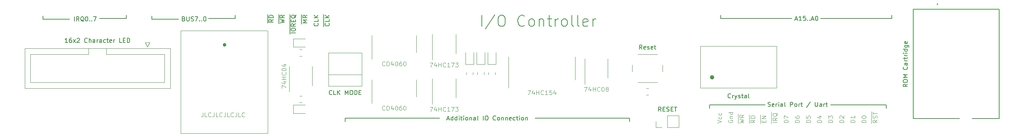
<source format=gbr>
%TF.GenerationSoftware,KiCad,Pcbnew,(6.0.0-0)*%
%TF.CreationDate,2022-02-16T17:51:06-05:00*%
%TF.ProjectId,cpu-input-output-control,6370752d-696e-4707-9574-2d6f75747075,rev?*%
%TF.SameCoordinates,Original*%
%TF.FileFunction,Legend,Top*%
%TF.FilePolarity,Positive*%
%FSLAX46Y46*%
G04 Gerber Fmt 4.6, Leading zero omitted, Abs format (unit mm)*
G04 Created by KiCad (PCBNEW (6.0.0-0)) date 2022-02-16 17:51:06*
%MOMM*%
%LPD*%
G01*
G04 APERTURE LIST*
%ADD10C,0.150000*%
%ADD11C,0.100000*%
%ADD12C,0.120000*%
%ADD13C,0.396006*%
%ADD14C,0.491856*%
%ADD15C,0.200000*%
G04 APERTURE END LIST*
D10*
X182403904Y-78176380D02*
X182070571Y-77700190D01*
X181832476Y-78176380D02*
X181832476Y-77176380D01*
X182213428Y-77176380D01*
X182308666Y-77224000D01*
X182356285Y-77271619D01*
X182403904Y-77366857D01*
X182403904Y-77509714D01*
X182356285Y-77604952D01*
X182308666Y-77652571D01*
X182213428Y-77700190D01*
X181832476Y-77700190D01*
X183213428Y-78128761D02*
X183118190Y-78176380D01*
X182927714Y-78176380D01*
X182832476Y-78128761D01*
X182784857Y-78033523D01*
X182784857Y-77652571D01*
X182832476Y-77557333D01*
X182927714Y-77509714D01*
X183118190Y-77509714D01*
X183213428Y-77557333D01*
X183261047Y-77652571D01*
X183261047Y-77747809D01*
X182784857Y-77843047D01*
X183642000Y-78128761D02*
X183737238Y-78176380D01*
X183927714Y-78176380D01*
X184022952Y-78128761D01*
X184070571Y-78033523D01*
X184070571Y-77985904D01*
X184022952Y-77890666D01*
X183927714Y-77843047D01*
X183784857Y-77843047D01*
X183689619Y-77795428D01*
X183642000Y-77700190D01*
X183642000Y-77652571D01*
X183689619Y-77557333D01*
X183784857Y-77509714D01*
X183927714Y-77509714D01*
X184022952Y-77557333D01*
X184880095Y-78128761D02*
X184784857Y-78176380D01*
X184594380Y-78176380D01*
X184499142Y-78128761D01*
X184451523Y-78033523D01*
X184451523Y-77652571D01*
X184499142Y-77557333D01*
X184594380Y-77509714D01*
X184784857Y-77509714D01*
X184880095Y-77557333D01*
X184927714Y-77652571D01*
X184927714Y-77747809D01*
X184451523Y-77843047D01*
X185213428Y-77509714D02*
X185594380Y-77509714D01*
X185356285Y-77176380D02*
X185356285Y-78033523D01*
X185403904Y-78128761D01*
X185499142Y-78176380D01*
X185594380Y-78176380D01*
X202684285Y-89257142D02*
X202636666Y-89304761D01*
X202493809Y-89352380D01*
X202398571Y-89352380D01*
X202255714Y-89304761D01*
X202160476Y-89209523D01*
X202112857Y-89114285D01*
X202065238Y-88923809D01*
X202065238Y-88780952D01*
X202112857Y-88590476D01*
X202160476Y-88495238D01*
X202255714Y-88400000D01*
X202398571Y-88352380D01*
X202493809Y-88352380D01*
X202636666Y-88400000D01*
X202684285Y-88447619D01*
X203112857Y-89352380D02*
X203112857Y-88685714D01*
X203112857Y-88876190D02*
X203160476Y-88780952D01*
X203208095Y-88733333D01*
X203303333Y-88685714D01*
X203398571Y-88685714D01*
X203636666Y-88685714D02*
X203874761Y-89352380D01*
X204112857Y-88685714D02*
X203874761Y-89352380D01*
X203779523Y-89590476D01*
X203731904Y-89638095D01*
X203636666Y-89685714D01*
X204446190Y-89304761D02*
X204541428Y-89352380D01*
X204731904Y-89352380D01*
X204827142Y-89304761D01*
X204874761Y-89209523D01*
X204874761Y-89161904D01*
X204827142Y-89066666D01*
X204731904Y-89019047D01*
X204589047Y-89019047D01*
X204493809Y-88971428D01*
X204446190Y-88876190D01*
X204446190Y-88828571D01*
X204493809Y-88733333D01*
X204589047Y-88685714D01*
X204731904Y-88685714D01*
X204827142Y-88733333D01*
X205160476Y-88685714D02*
X205541428Y-88685714D01*
X205303333Y-88352380D02*
X205303333Y-89209523D01*
X205350952Y-89304761D01*
X205446190Y-89352380D01*
X205541428Y-89352380D01*
X206303333Y-89352380D02*
X206303333Y-88828571D01*
X206255714Y-88733333D01*
X206160476Y-88685714D01*
X205970000Y-88685714D01*
X205874761Y-88733333D01*
X206303333Y-89304761D02*
X206208095Y-89352380D01*
X205970000Y-89352380D01*
X205874761Y-89304761D01*
X205827142Y-89209523D01*
X205827142Y-89114285D01*
X205874761Y-89019047D01*
X205970000Y-88971428D01*
X206208095Y-88971428D01*
X206303333Y-88923809D01*
X206922380Y-89352380D02*
X206827142Y-89304761D01*
X206779523Y-89209523D01*
X206779523Y-88352380D01*
X137875523Y-94146666D02*
X138351714Y-94146666D01*
X137780285Y-94432380D02*
X138113619Y-93432380D01*
X138446952Y-94432380D01*
X139208857Y-94432380D02*
X139208857Y-93432380D01*
X139208857Y-94384761D02*
X139113619Y-94432380D01*
X138923142Y-94432380D01*
X138827904Y-94384761D01*
X138780285Y-94337142D01*
X138732666Y-94241904D01*
X138732666Y-93956190D01*
X138780285Y-93860952D01*
X138827904Y-93813333D01*
X138923142Y-93765714D01*
X139113619Y-93765714D01*
X139208857Y-93813333D01*
X140113619Y-94432380D02*
X140113619Y-93432380D01*
X140113619Y-94384761D02*
X140018380Y-94432380D01*
X139827904Y-94432380D01*
X139732666Y-94384761D01*
X139685047Y-94337142D01*
X139637428Y-94241904D01*
X139637428Y-93956190D01*
X139685047Y-93860952D01*
X139732666Y-93813333D01*
X139827904Y-93765714D01*
X140018380Y-93765714D01*
X140113619Y-93813333D01*
X140589809Y-94432380D02*
X140589809Y-93765714D01*
X140589809Y-93432380D02*
X140542190Y-93480000D01*
X140589809Y-93527619D01*
X140637428Y-93480000D01*
X140589809Y-93432380D01*
X140589809Y-93527619D01*
X140923142Y-93765714D02*
X141304095Y-93765714D01*
X141066000Y-93432380D02*
X141066000Y-94289523D01*
X141113619Y-94384761D01*
X141208857Y-94432380D01*
X141304095Y-94432380D01*
X141637428Y-94432380D02*
X141637428Y-93765714D01*
X141637428Y-93432380D02*
X141589809Y-93480000D01*
X141637428Y-93527619D01*
X141685047Y-93480000D01*
X141637428Y-93432380D01*
X141637428Y-93527619D01*
X142256476Y-94432380D02*
X142161238Y-94384761D01*
X142113619Y-94337142D01*
X142066000Y-94241904D01*
X142066000Y-93956190D01*
X142113619Y-93860952D01*
X142161238Y-93813333D01*
X142256476Y-93765714D01*
X142399333Y-93765714D01*
X142494571Y-93813333D01*
X142542190Y-93860952D01*
X142589809Y-93956190D01*
X142589809Y-94241904D01*
X142542190Y-94337142D01*
X142494571Y-94384761D01*
X142399333Y-94432380D01*
X142256476Y-94432380D01*
X143018380Y-93765714D02*
X143018380Y-94432380D01*
X143018380Y-93860952D02*
X143066000Y-93813333D01*
X143161238Y-93765714D01*
X143304095Y-93765714D01*
X143399333Y-93813333D01*
X143446952Y-93908571D01*
X143446952Y-94432380D01*
X144351714Y-94432380D02*
X144351714Y-93908571D01*
X144304095Y-93813333D01*
X144208857Y-93765714D01*
X144018380Y-93765714D01*
X143923142Y-93813333D01*
X144351714Y-94384761D02*
X144256476Y-94432380D01*
X144018380Y-94432380D01*
X143923142Y-94384761D01*
X143875523Y-94289523D01*
X143875523Y-94194285D01*
X143923142Y-94099047D01*
X144018380Y-94051428D01*
X144256476Y-94051428D01*
X144351714Y-94003809D01*
X144970761Y-94432380D02*
X144875523Y-94384761D01*
X144827904Y-94289523D01*
X144827904Y-93432380D01*
X146113619Y-94432380D02*
X146113619Y-93432380D01*
X146780285Y-93432380D02*
X146970761Y-93432380D01*
X147066000Y-93480000D01*
X147161238Y-93575238D01*
X147208857Y-93765714D01*
X147208857Y-94099047D01*
X147161238Y-94289523D01*
X147066000Y-94384761D01*
X146970761Y-94432380D01*
X146780285Y-94432380D01*
X146685047Y-94384761D01*
X146589809Y-94289523D01*
X146542190Y-94099047D01*
X146542190Y-93765714D01*
X146589809Y-93575238D01*
X146685047Y-93480000D01*
X146780285Y-93432380D01*
X148970761Y-94337142D02*
X148923142Y-94384761D01*
X148780285Y-94432380D01*
X148685047Y-94432380D01*
X148542190Y-94384761D01*
X148446952Y-94289523D01*
X148399333Y-94194285D01*
X148351714Y-94003809D01*
X148351714Y-93860952D01*
X148399333Y-93670476D01*
X148446952Y-93575238D01*
X148542190Y-93480000D01*
X148685047Y-93432380D01*
X148780285Y-93432380D01*
X148923142Y-93480000D01*
X148970761Y-93527619D01*
X149542190Y-94432380D02*
X149446952Y-94384761D01*
X149399333Y-94337142D01*
X149351714Y-94241904D01*
X149351714Y-93956190D01*
X149399333Y-93860952D01*
X149446952Y-93813333D01*
X149542190Y-93765714D01*
X149685047Y-93765714D01*
X149780285Y-93813333D01*
X149827904Y-93860952D01*
X149875523Y-93956190D01*
X149875523Y-94241904D01*
X149827904Y-94337142D01*
X149780285Y-94384761D01*
X149685047Y-94432380D01*
X149542190Y-94432380D01*
X150304095Y-93765714D02*
X150304095Y-94432380D01*
X150304095Y-93860952D02*
X150351714Y-93813333D01*
X150446952Y-93765714D01*
X150589809Y-93765714D01*
X150685047Y-93813333D01*
X150732666Y-93908571D01*
X150732666Y-94432380D01*
X151208857Y-93765714D02*
X151208857Y-94432380D01*
X151208857Y-93860952D02*
X151256476Y-93813333D01*
X151351714Y-93765714D01*
X151494571Y-93765714D01*
X151589809Y-93813333D01*
X151637428Y-93908571D01*
X151637428Y-94432380D01*
X152494571Y-94384761D02*
X152399333Y-94432380D01*
X152208857Y-94432380D01*
X152113619Y-94384761D01*
X152066000Y-94289523D01*
X152066000Y-93908571D01*
X152113619Y-93813333D01*
X152208857Y-93765714D01*
X152399333Y-93765714D01*
X152494571Y-93813333D01*
X152542190Y-93908571D01*
X152542190Y-94003809D01*
X152066000Y-94099047D01*
X153399333Y-94384761D02*
X153304095Y-94432380D01*
X153113619Y-94432380D01*
X153018380Y-94384761D01*
X152970761Y-94337142D01*
X152923142Y-94241904D01*
X152923142Y-93956190D01*
X152970761Y-93860952D01*
X153018380Y-93813333D01*
X153113619Y-93765714D01*
X153304095Y-93765714D01*
X153399333Y-93813333D01*
X153685047Y-93765714D02*
X154066000Y-93765714D01*
X153827904Y-93432380D02*
X153827904Y-94289523D01*
X153875523Y-94384761D01*
X153970761Y-94432380D01*
X154066000Y-94432380D01*
X154399333Y-94432380D02*
X154399333Y-93765714D01*
X154399333Y-93432380D02*
X154351714Y-93480000D01*
X154399333Y-93527619D01*
X154446952Y-93480000D01*
X154399333Y-93432380D01*
X154399333Y-93527619D01*
X155018380Y-94432380D02*
X154923142Y-94384761D01*
X154875523Y-94337142D01*
X154827904Y-94241904D01*
X154827904Y-93956190D01*
X154875523Y-93860952D01*
X154923142Y-93813333D01*
X155018380Y-93765714D01*
X155161238Y-93765714D01*
X155256476Y-93813333D01*
X155304095Y-93860952D01*
X155351714Y-93956190D01*
X155351714Y-94241904D01*
X155304095Y-94337142D01*
X155256476Y-94384761D01*
X155161238Y-94432380D01*
X155018380Y-94432380D01*
X155780285Y-93765714D02*
X155780285Y-94432380D01*
X155780285Y-93860952D02*
X155827904Y-93813333D01*
X155923142Y-93765714D01*
X156066000Y-93765714D01*
X156161238Y-93813333D01*
X156208857Y-93908571D01*
X156208857Y-94432380D01*
X70358000Y-71247000D02*
X70358000Y-70485000D01*
X89408000Y-71120000D02*
X83312000Y-71120000D01*
X114554000Y-93980000D02*
X114554000Y-94742000D01*
X64516000Y-70358000D02*
X64516000Y-71120000D01*
X223266000Y-71108000D02*
X239522000Y-71108000D01*
X216662000Y-71108000D02*
X200406000Y-71108000D01*
X210566000Y-90932000D02*
X197866000Y-90932000D01*
X157988000Y-93980000D02*
X179578000Y-93980000D01*
X200406000Y-70346000D02*
X200406000Y-71108000D01*
X238252000Y-90932000D02*
X225552000Y-90932000D01*
X197866000Y-90932000D02*
X197866000Y-91694000D01*
X45466000Y-71247000D02*
X45466000Y-70485000D01*
X114554000Y-93980000D02*
X136144000Y-93980000D01*
X238252000Y-90932000D02*
X238252000Y-91694000D01*
X45466000Y-71247000D02*
X51562000Y-71247000D01*
X239522000Y-71108000D02*
X239522000Y-70346000D01*
X70358000Y-71247000D02*
X76454000Y-71247000D01*
X179578000Y-93980000D02*
X179578000Y-94742000D01*
X89408000Y-70358000D02*
X89408000Y-71120000D01*
X64516000Y-71120000D02*
X58420000Y-71120000D01*
X211198095Y-91254761D02*
X211340952Y-91302380D01*
X211579047Y-91302380D01*
X211674285Y-91254761D01*
X211721904Y-91207142D01*
X211769523Y-91111904D01*
X211769523Y-91016666D01*
X211721904Y-90921428D01*
X211674285Y-90873809D01*
X211579047Y-90826190D01*
X211388571Y-90778571D01*
X211293333Y-90730952D01*
X211245714Y-90683333D01*
X211198095Y-90588095D01*
X211198095Y-90492857D01*
X211245714Y-90397619D01*
X211293333Y-90350000D01*
X211388571Y-90302380D01*
X211626666Y-90302380D01*
X211769523Y-90350000D01*
X212579047Y-91254761D02*
X212483809Y-91302380D01*
X212293333Y-91302380D01*
X212198095Y-91254761D01*
X212150476Y-91159523D01*
X212150476Y-90778571D01*
X212198095Y-90683333D01*
X212293333Y-90635714D01*
X212483809Y-90635714D01*
X212579047Y-90683333D01*
X212626666Y-90778571D01*
X212626666Y-90873809D01*
X212150476Y-90969047D01*
X213055238Y-91302380D02*
X213055238Y-90635714D01*
X213055238Y-90826190D02*
X213102857Y-90730952D01*
X213150476Y-90683333D01*
X213245714Y-90635714D01*
X213340952Y-90635714D01*
X213674285Y-91302380D02*
X213674285Y-90635714D01*
X213674285Y-90302380D02*
X213626666Y-90350000D01*
X213674285Y-90397619D01*
X213721904Y-90350000D01*
X213674285Y-90302380D01*
X213674285Y-90397619D01*
X214579047Y-91302380D02*
X214579047Y-90778571D01*
X214531428Y-90683333D01*
X214436190Y-90635714D01*
X214245714Y-90635714D01*
X214150476Y-90683333D01*
X214579047Y-91254761D02*
X214483809Y-91302380D01*
X214245714Y-91302380D01*
X214150476Y-91254761D01*
X214102857Y-91159523D01*
X214102857Y-91064285D01*
X214150476Y-90969047D01*
X214245714Y-90921428D01*
X214483809Y-90921428D01*
X214579047Y-90873809D01*
X215198095Y-91302380D02*
X215102857Y-91254761D01*
X215055238Y-91159523D01*
X215055238Y-90302380D01*
X216340952Y-91302380D02*
X216340952Y-90302380D01*
X216721904Y-90302380D01*
X216817142Y-90350000D01*
X216864761Y-90397619D01*
X216912380Y-90492857D01*
X216912380Y-90635714D01*
X216864761Y-90730952D01*
X216817142Y-90778571D01*
X216721904Y-90826190D01*
X216340952Y-90826190D01*
X217483809Y-91302380D02*
X217388571Y-91254761D01*
X217340952Y-91207142D01*
X217293333Y-91111904D01*
X217293333Y-90826190D01*
X217340952Y-90730952D01*
X217388571Y-90683333D01*
X217483809Y-90635714D01*
X217626666Y-90635714D01*
X217721904Y-90683333D01*
X217769523Y-90730952D01*
X217817142Y-90826190D01*
X217817142Y-91111904D01*
X217769523Y-91207142D01*
X217721904Y-91254761D01*
X217626666Y-91302380D01*
X217483809Y-91302380D01*
X218245714Y-91302380D02*
X218245714Y-90635714D01*
X218245714Y-90826190D02*
X218293333Y-90730952D01*
X218340952Y-90683333D01*
X218436190Y-90635714D01*
X218531428Y-90635714D01*
X218721904Y-90635714D02*
X219102857Y-90635714D01*
X218864761Y-90302380D02*
X218864761Y-91159523D01*
X218912380Y-91254761D01*
X219007619Y-91302380D01*
X219102857Y-91302380D01*
X220912380Y-90254761D02*
X220055238Y-91540476D01*
X222007619Y-90302380D02*
X222007619Y-91111904D01*
X222055238Y-91207142D01*
X222102857Y-91254761D01*
X222198095Y-91302380D01*
X222388571Y-91302380D01*
X222483809Y-91254761D01*
X222531428Y-91207142D01*
X222579047Y-91111904D01*
X222579047Y-90302380D01*
X223483809Y-91302380D02*
X223483809Y-90778571D01*
X223436190Y-90683333D01*
X223340952Y-90635714D01*
X223150476Y-90635714D01*
X223055238Y-90683333D01*
X223483809Y-91254761D02*
X223388571Y-91302380D01*
X223150476Y-91302380D01*
X223055238Y-91254761D01*
X223007619Y-91159523D01*
X223007619Y-91064285D01*
X223055238Y-90969047D01*
X223150476Y-90921428D01*
X223388571Y-90921428D01*
X223483809Y-90873809D01*
X223960000Y-91302380D02*
X223960000Y-90635714D01*
X223960000Y-90826190D02*
X224007619Y-90730952D01*
X224055238Y-90683333D01*
X224150476Y-90635714D01*
X224245714Y-90635714D01*
X224436190Y-90635714D02*
X224817142Y-90635714D01*
X224579047Y-90302380D02*
X224579047Y-91159523D01*
X224626666Y-91254761D01*
X224721904Y-91302380D01*
X224817142Y-91302380D01*
D11*
X223464380Y-94946904D02*
X222464380Y-94946904D01*
X222464380Y-94708809D01*
X222512000Y-94565952D01*
X222607238Y-94470714D01*
X222702476Y-94423095D01*
X222892952Y-94375476D01*
X223035809Y-94375476D01*
X223226285Y-94423095D01*
X223321523Y-94470714D01*
X223416761Y-94565952D01*
X223464380Y-94708809D01*
X223464380Y-94946904D01*
X222797714Y-93518333D02*
X223464380Y-93518333D01*
X222416761Y-93756428D02*
X223131047Y-93994523D01*
X223131047Y-93375476D01*
D10*
X96840000Y-72167500D02*
X96840000Y-71167500D01*
X98122380Y-71357976D02*
X97646190Y-71691309D01*
X98122380Y-71929404D02*
X97122380Y-71929404D01*
X97122380Y-71548452D01*
X97170000Y-71453214D01*
X97217619Y-71405595D01*
X97312857Y-71357976D01*
X97455714Y-71357976D01*
X97550952Y-71405595D01*
X97598571Y-71453214D01*
X97646190Y-71548452D01*
X97646190Y-71929404D01*
X96840000Y-71167500D02*
X96840000Y-70167500D01*
X98122380Y-70929404D02*
X97122380Y-70929404D01*
X97122380Y-70691309D01*
X97170000Y-70548452D01*
X97265238Y-70453214D01*
X97360476Y-70405595D01*
X97550952Y-70357976D01*
X97693809Y-70357976D01*
X97884285Y-70405595D01*
X97979523Y-70453214D01*
X98074761Y-70548452D01*
X98122380Y-70691309D01*
X98122380Y-70929404D01*
D11*
X202192000Y-94423095D02*
X202144380Y-94518333D01*
X202144380Y-94661190D01*
X202192000Y-94804047D01*
X202287238Y-94899285D01*
X202382476Y-94946904D01*
X202572952Y-94994523D01*
X202715809Y-94994523D01*
X202906285Y-94946904D01*
X203001523Y-94899285D01*
X203096761Y-94804047D01*
X203144380Y-94661190D01*
X203144380Y-94565952D01*
X203096761Y-94423095D01*
X203049142Y-94375476D01*
X202715809Y-94375476D01*
X202715809Y-94565952D01*
X202477714Y-93946904D02*
X203144380Y-93946904D01*
X202572952Y-93946904D02*
X202525333Y-93899285D01*
X202477714Y-93804047D01*
X202477714Y-93661190D01*
X202525333Y-93565952D01*
X202620571Y-93518333D01*
X203144380Y-93518333D01*
X203144380Y-92613571D02*
X202144380Y-92613571D01*
X203096761Y-92613571D02*
X203144380Y-92708809D01*
X203144380Y-92899285D01*
X203096761Y-92994523D01*
X203049142Y-93042142D01*
X202953904Y-93089761D01*
X202668190Y-93089761D01*
X202572952Y-93042142D01*
X202525333Y-92994523D01*
X202477714Y-92899285D01*
X202477714Y-92708809D01*
X202525333Y-92613571D01*
X215844380Y-94946904D02*
X214844380Y-94946904D01*
X214844380Y-94708809D01*
X214892000Y-94565952D01*
X214987238Y-94470714D01*
X215082476Y-94423095D01*
X215272952Y-94375476D01*
X215415809Y-94375476D01*
X215606285Y-94423095D01*
X215701523Y-94470714D01*
X215796761Y-94565952D01*
X215844380Y-94708809D01*
X215844380Y-94946904D01*
X214844380Y-94042142D02*
X214844380Y-93375476D01*
X215844380Y-93804047D01*
X218384380Y-94946904D02*
X217384380Y-94946904D01*
X217384380Y-94708809D01*
X217432000Y-94565952D01*
X217527238Y-94470714D01*
X217622476Y-94423095D01*
X217812952Y-94375476D01*
X217955809Y-94375476D01*
X218146285Y-94423095D01*
X218241523Y-94470714D01*
X218336761Y-94565952D01*
X218384380Y-94708809D01*
X218384380Y-94946904D01*
X217384380Y-93518333D02*
X217384380Y-93708809D01*
X217432000Y-93804047D01*
X217479619Y-93851666D01*
X217622476Y-93946904D01*
X217812952Y-93994523D01*
X218193904Y-93994523D01*
X218289142Y-93946904D01*
X218336761Y-93899285D01*
X218384380Y-93804047D01*
X218384380Y-93613571D01*
X218336761Y-93518333D01*
X218289142Y-93470714D01*
X218193904Y-93423095D01*
X217955809Y-93423095D01*
X217860571Y-93470714D01*
X217812952Y-93518333D01*
X217765333Y-93613571D01*
X217765333Y-93804047D01*
X217812952Y-93899285D01*
X217860571Y-93946904D01*
X217955809Y-93994523D01*
X199604380Y-95089761D02*
X200604380Y-94756428D01*
X199604380Y-94423095D01*
X200556761Y-93661190D02*
X200604380Y-93756428D01*
X200604380Y-93946904D01*
X200556761Y-94042142D01*
X200509142Y-94089761D01*
X200413904Y-94137380D01*
X200128190Y-94137380D01*
X200032952Y-94089761D01*
X199985333Y-94042142D01*
X199937714Y-93946904D01*
X199937714Y-93756428D01*
X199985333Y-93661190D01*
X200556761Y-92804047D02*
X200604380Y-92899285D01*
X200604380Y-93089761D01*
X200556761Y-93185000D01*
X200509142Y-93232619D01*
X200413904Y-93280238D01*
X200128190Y-93280238D01*
X200032952Y-93232619D01*
X199985333Y-93185000D01*
X199937714Y-93089761D01*
X199937714Y-92899285D01*
X199985333Y-92804047D01*
D10*
X77652857Y-71175571D02*
X77795714Y-71223190D01*
X77843333Y-71270809D01*
X77890952Y-71366047D01*
X77890952Y-71508904D01*
X77843333Y-71604142D01*
X77795714Y-71651761D01*
X77700476Y-71699380D01*
X77319523Y-71699380D01*
X77319523Y-70699380D01*
X77652857Y-70699380D01*
X77748095Y-70747000D01*
X77795714Y-70794619D01*
X77843333Y-70889857D01*
X77843333Y-70985095D01*
X77795714Y-71080333D01*
X77748095Y-71127952D01*
X77652857Y-71175571D01*
X77319523Y-71175571D01*
X78319523Y-70699380D02*
X78319523Y-71508904D01*
X78367142Y-71604142D01*
X78414761Y-71651761D01*
X78510000Y-71699380D01*
X78700476Y-71699380D01*
X78795714Y-71651761D01*
X78843333Y-71604142D01*
X78890952Y-71508904D01*
X78890952Y-70699380D01*
X79319523Y-71651761D02*
X79462380Y-71699380D01*
X79700476Y-71699380D01*
X79795714Y-71651761D01*
X79843333Y-71604142D01*
X79890952Y-71508904D01*
X79890952Y-71413666D01*
X79843333Y-71318428D01*
X79795714Y-71270809D01*
X79700476Y-71223190D01*
X79510000Y-71175571D01*
X79414761Y-71127952D01*
X79367142Y-71080333D01*
X79319523Y-70985095D01*
X79319523Y-70889857D01*
X79367142Y-70794619D01*
X79414761Y-70747000D01*
X79510000Y-70699380D01*
X79748095Y-70699380D01*
X79890952Y-70747000D01*
X80224285Y-70699380D02*
X80890952Y-70699380D01*
X80462380Y-71699380D01*
X81271904Y-71604142D02*
X81319523Y-71651761D01*
X81271904Y-71699380D01*
X81224285Y-71651761D01*
X81271904Y-71604142D01*
X81271904Y-71699380D01*
X81748095Y-71604142D02*
X81795714Y-71651761D01*
X81748095Y-71699380D01*
X81700476Y-71651761D01*
X81748095Y-71604142D01*
X81748095Y-71699380D01*
X82414761Y-70699380D02*
X82510000Y-70699380D01*
X82605238Y-70747000D01*
X82652857Y-70794619D01*
X82700476Y-70889857D01*
X82748095Y-71080333D01*
X82748095Y-71318428D01*
X82700476Y-71508904D01*
X82652857Y-71604142D01*
X82605238Y-71651761D01*
X82510000Y-71699380D01*
X82414761Y-71699380D01*
X82319523Y-71651761D01*
X82271904Y-71604142D01*
X82224285Y-71508904D01*
X82176666Y-71318428D01*
X82176666Y-71080333D01*
X82224285Y-70889857D01*
X82271904Y-70794619D01*
X82319523Y-70747000D01*
X82414761Y-70699380D01*
D11*
X231084380Y-94946904D02*
X230084380Y-94946904D01*
X230084380Y-94708809D01*
X230132000Y-94565952D01*
X230227238Y-94470714D01*
X230322476Y-94423095D01*
X230512952Y-94375476D01*
X230655809Y-94375476D01*
X230846285Y-94423095D01*
X230941523Y-94470714D01*
X231036761Y-94565952D01*
X231084380Y-94708809D01*
X231084380Y-94946904D01*
X231084380Y-93423095D02*
X231084380Y-93994523D01*
X231084380Y-93708809D02*
X230084380Y-93708809D01*
X230227238Y-93804047D01*
X230322476Y-93899285D01*
X230370095Y-93994523D01*
X206942000Y-95185000D02*
X206942000Y-94185000D01*
X208224380Y-94375476D02*
X207748190Y-94708809D01*
X208224380Y-94946904D02*
X207224380Y-94946904D01*
X207224380Y-94565952D01*
X207272000Y-94470714D01*
X207319619Y-94423095D01*
X207414857Y-94375476D01*
X207557714Y-94375476D01*
X207652952Y-94423095D01*
X207700571Y-94470714D01*
X207748190Y-94565952D01*
X207748190Y-94946904D01*
X206942000Y-94185000D02*
X206942000Y-93185000D01*
X208224380Y-93946904D02*
X207224380Y-93946904D01*
X207224380Y-93708809D01*
X207272000Y-93565952D01*
X207367238Y-93470714D01*
X207462476Y-93423095D01*
X207652952Y-93375476D01*
X207795809Y-93375476D01*
X207986285Y-93423095D01*
X208081523Y-93470714D01*
X208176761Y-93565952D01*
X208224380Y-93708809D01*
X208224380Y-93946904D01*
X233624380Y-94946904D02*
X232624380Y-94946904D01*
X232624380Y-94708809D01*
X232672000Y-94565952D01*
X232767238Y-94470714D01*
X232862476Y-94423095D01*
X233052952Y-94375476D01*
X233195809Y-94375476D01*
X233386285Y-94423095D01*
X233481523Y-94470714D01*
X233576761Y-94565952D01*
X233624380Y-94708809D01*
X233624380Y-94946904D01*
X232624380Y-93756428D02*
X232624380Y-93661190D01*
X232672000Y-93565952D01*
X232719619Y-93518333D01*
X232814857Y-93470714D01*
X233005333Y-93423095D01*
X233243428Y-93423095D01*
X233433904Y-93470714D01*
X233529142Y-93518333D01*
X233576761Y-93565952D01*
X233624380Y-93661190D01*
X233624380Y-93756428D01*
X233576761Y-93851666D01*
X233529142Y-93899285D01*
X233433904Y-93946904D01*
X233243428Y-93994523D01*
X233005333Y-93994523D01*
X232814857Y-93946904D01*
X232719619Y-93899285D01*
X232672000Y-93851666D01*
X232624380Y-93756428D01*
D10*
X52665619Y-71699380D02*
X52665619Y-70699380D01*
X53713238Y-71699380D02*
X53379904Y-71223190D01*
X53141809Y-71699380D02*
X53141809Y-70699380D01*
X53522761Y-70699380D01*
X53618000Y-70747000D01*
X53665619Y-70794619D01*
X53713238Y-70889857D01*
X53713238Y-71032714D01*
X53665619Y-71127952D01*
X53618000Y-71175571D01*
X53522761Y-71223190D01*
X53141809Y-71223190D01*
X54808476Y-71794619D02*
X54713238Y-71747000D01*
X54618000Y-71651761D01*
X54475142Y-71508904D01*
X54379904Y-71461285D01*
X54284666Y-71461285D01*
X54332285Y-71699380D02*
X54237047Y-71651761D01*
X54141809Y-71556523D01*
X54094190Y-71366047D01*
X54094190Y-71032714D01*
X54141809Y-70842238D01*
X54237047Y-70747000D01*
X54332285Y-70699380D01*
X54522761Y-70699380D01*
X54618000Y-70747000D01*
X54713238Y-70842238D01*
X54760857Y-71032714D01*
X54760857Y-71366047D01*
X54713238Y-71556523D01*
X54618000Y-71651761D01*
X54522761Y-71699380D01*
X54332285Y-71699380D01*
X55379904Y-70699380D02*
X55475142Y-70699380D01*
X55570380Y-70747000D01*
X55617999Y-70794619D01*
X55665619Y-70889857D01*
X55713238Y-71080333D01*
X55713238Y-71318428D01*
X55665619Y-71508904D01*
X55617999Y-71604142D01*
X55570380Y-71651761D01*
X55475142Y-71699380D01*
X55379904Y-71699380D01*
X55284666Y-71651761D01*
X55237047Y-71604142D01*
X55189428Y-71508904D01*
X55141809Y-71318428D01*
X55141809Y-71080333D01*
X55189428Y-70889857D01*
X55237047Y-70794619D01*
X55284666Y-70747000D01*
X55379904Y-70699380D01*
X56141809Y-71604142D02*
X56189428Y-71651761D01*
X56141809Y-71699380D01*
X56094190Y-71651761D01*
X56141809Y-71604142D01*
X56141809Y-71699380D01*
X56617999Y-71604142D02*
X56665619Y-71651761D01*
X56617999Y-71699380D01*
X56570380Y-71651761D01*
X56617999Y-71604142D01*
X56617999Y-71699380D01*
X56998952Y-70699380D02*
X57665619Y-70699380D01*
X57237047Y-71699380D01*
D11*
X220924380Y-94946904D02*
X219924380Y-94946904D01*
X219924380Y-94708809D01*
X219972000Y-94565952D01*
X220067238Y-94470714D01*
X220162476Y-94423095D01*
X220352952Y-94375476D01*
X220495809Y-94375476D01*
X220686285Y-94423095D01*
X220781523Y-94470714D01*
X220876761Y-94565952D01*
X220924380Y-94708809D01*
X220924380Y-94946904D01*
X219924380Y-93470714D02*
X219924380Y-93946904D01*
X220400571Y-93994523D01*
X220352952Y-93946904D01*
X220305333Y-93851666D01*
X220305333Y-93613571D01*
X220352952Y-93518333D01*
X220400571Y-93470714D01*
X220495809Y-93423095D01*
X220733904Y-93423095D01*
X220829142Y-93470714D01*
X220876761Y-93518333D01*
X220924380Y-93613571D01*
X220924380Y-93851666D01*
X220876761Y-93946904D01*
X220829142Y-93994523D01*
D10*
X109660000Y-73011023D02*
X109660000Y-72011023D01*
X110847142Y-72201500D02*
X110894761Y-72249119D01*
X110942380Y-72391976D01*
X110942380Y-72487214D01*
X110894761Y-72630071D01*
X110799523Y-72725309D01*
X110704285Y-72772928D01*
X110513809Y-72820547D01*
X110370952Y-72820547D01*
X110180476Y-72772928D01*
X110085238Y-72725309D01*
X109990000Y-72630071D01*
X109942380Y-72487214D01*
X109942380Y-72391976D01*
X109990000Y-72249119D01*
X110037619Y-72201500D01*
X109660000Y-72011023D02*
X109660000Y-71201500D01*
X110942380Y-71296738D02*
X110942380Y-71772928D01*
X109942380Y-71772928D01*
X109660000Y-71201500D02*
X109660000Y-70201500D01*
X110942380Y-70963404D02*
X109942380Y-70963404D01*
X110942380Y-70391976D02*
X110370952Y-70820547D01*
X109942380Y-70391976D02*
X110513809Y-70963404D01*
D11*
X81994952Y-92670380D02*
X81994952Y-93384666D01*
X81947333Y-93527523D01*
X81852095Y-93622761D01*
X81709238Y-93670380D01*
X81614000Y-93670380D01*
X82947333Y-93670380D02*
X82471142Y-93670380D01*
X82471142Y-92670380D01*
X83852095Y-93575142D02*
X83804476Y-93622761D01*
X83661619Y-93670380D01*
X83566380Y-93670380D01*
X83423523Y-93622761D01*
X83328285Y-93527523D01*
X83280666Y-93432285D01*
X83233047Y-93241809D01*
X83233047Y-93098952D01*
X83280666Y-92908476D01*
X83328285Y-92813238D01*
X83423523Y-92718000D01*
X83566380Y-92670380D01*
X83661619Y-92670380D01*
X83804476Y-92718000D01*
X83852095Y-92765619D01*
X84566380Y-92670380D02*
X84566380Y-93384666D01*
X84518761Y-93527523D01*
X84423523Y-93622761D01*
X84280666Y-93670380D01*
X84185428Y-93670380D01*
X85518761Y-93670380D02*
X85042571Y-93670380D01*
X85042571Y-92670380D01*
X86423523Y-93575142D02*
X86375904Y-93622761D01*
X86233047Y-93670380D01*
X86137809Y-93670380D01*
X85994952Y-93622761D01*
X85899714Y-93527523D01*
X85852095Y-93432285D01*
X85804476Y-93241809D01*
X85804476Y-93098952D01*
X85852095Y-92908476D01*
X85899714Y-92813238D01*
X85994952Y-92718000D01*
X86137809Y-92670380D01*
X86233047Y-92670380D01*
X86375904Y-92718000D01*
X86423523Y-92765619D01*
X87137809Y-92670380D02*
X87137809Y-93384666D01*
X87090190Y-93527523D01*
X86994952Y-93622761D01*
X86852095Y-93670380D01*
X86756857Y-93670380D01*
X88090190Y-93670380D02*
X87614000Y-93670380D01*
X87614000Y-92670380D01*
X88994952Y-93575142D02*
X88947333Y-93622761D01*
X88804476Y-93670380D01*
X88709238Y-93670380D01*
X88566380Y-93622761D01*
X88471142Y-93527523D01*
X88423523Y-93432285D01*
X88375904Y-93241809D01*
X88375904Y-93098952D01*
X88423523Y-92908476D01*
X88471142Y-92813238D01*
X88566380Y-92718000D01*
X88709238Y-92670380D01*
X88804476Y-92670380D01*
X88947333Y-92718000D01*
X88994952Y-92765619D01*
X89709238Y-92670380D02*
X89709238Y-93384666D01*
X89661619Y-93527523D01*
X89566380Y-93622761D01*
X89423523Y-93670380D01*
X89328285Y-93670380D01*
X90661619Y-93670380D02*
X90185428Y-93670380D01*
X90185428Y-92670380D01*
X91566380Y-93575142D02*
X91518761Y-93622761D01*
X91375904Y-93670380D01*
X91280666Y-93670380D01*
X91137809Y-93622761D01*
X91042571Y-93527523D01*
X90994952Y-93432285D01*
X90947333Y-93241809D01*
X90947333Y-93098952D01*
X90994952Y-92908476D01*
X91042571Y-92813238D01*
X91137809Y-92718000D01*
X91280666Y-92670380D01*
X91375904Y-92670380D01*
X91518761Y-92718000D01*
X91566380Y-92765619D01*
X204402000Y-95185000D02*
X204402000Y-94042142D01*
X204684380Y-95042142D02*
X205684380Y-94804047D01*
X204970095Y-94613571D01*
X205684380Y-94423095D01*
X204684380Y-94185000D01*
X204402000Y-94042142D02*
X204402000Y-93042142D01*
X205684380Y-93232619D02*
X205208190Y-93565952D01*
X205684380Y-93804047D02*
X204684380Y-93804047D01*
X204684380Y-93423095D01*
X204732000Y-93327857D01*
X204779619Y-93280238D01*
X204874857Y-93232619D01*
X205017714Y-93232619D01*
X205112952Y-93280238D01*
X205160571Y-93327857D01*
X205208190Y-93423095D01*
X205208190Y-93804047D01*
D10*
X108307142Y-72201500D02*
X108354761Y-72249119D01*
X108402380Y-72391976D01*
X108402380Y-72487214D01*
X108354761Y-72630071D01*
X108259523Y-72725309D01*
X108164285Y-72772928D01*
X107973809Y-72820547D01*
X107830952Y-72820547D01*
X107640476Y-72772928D01*
X107545238Y-72725309D01*
X107450000Y-72630071D01*
X107402380Y-72487214D01*
X107402380Y-72391976D01*
X107450000Y-72249119D01*
X107497619Y-72201500D01*
X108402380Y-71296738D02*
X108402380Y-71772928D01*
X107402380Y-71772928D01*
X108402380Y-70963404D02*
X107402380Y-70963404D01*
X108402380Y-70391976D02*
X107830952Y-70820547D01*
X107402380Y-70391976D02*
X107973809Y-70963404D01*
D11*
X234882000Y-95185000D02*
X234882000Y-94185000D01*
X236164380Y-94375476D02*
X235688190Y-94708809D01*
X236164380Y-94946904D02*
X235164380Y-94946904D01*
X235164380Y-94565952D01*
X235212000Y-94470714D01*
X235259619Y-94423095D01*
X235354857Y-94375476D01*
X235497714Y-94375476D01*
X235592952Y-94423095D01*
X235640571Y-94470714D01*
X235688190Y-94565952D01*
X235688190Y-94946904D01*
X234882000Y-94185000D02*
X234882000Y-93232619D01*
X236116761Y-93994523D02*
X236164380Y-93851666D01*
X236164380Y-93613571D01*
X236116761Y-93518333D01*
X236069142Y-93470714D01*
X235973904Y-93423095D01*
X235878666Y-93423095D01*
X235783428Y-93470714D01*
X235735809Y-93518333D01*
X235688190Y-93613571D01*
X235640571Y-93804047D01*
X235592952Y-93899285D01*
X235545333Y-93946904D01*
X235450095Y-93994523D01*
X235354857Y-93994523D01*
X235259619Y-93946904D01*
X235212000Y-93899285D01*
X235164380Y-93804047D01*
X235164380Y-93565952D01*
X235212000Y-93423095D01*
X234882000Y-93232619D02*
X234882000Y-92470714D01*
X235164380Y-93137380D02*
X235164380Y-92565952D01*
X236164380Y-92851666D02*
X235164380Y-92851666D01*
X228544380Y-94946904D02*
X227544380Y-94946904D01*
X227544380Y-94708809D01*
X227592000Y-94565952D01*
X227687238Y-94470714D01*
X227782476Y-94423095D01*
X227972952Y-94375476D01*
X228115809Y-94375476D01*
X228306285Y-94423095D01*
X228401523Y-94470714D01*
X228496761Y-94565952D01*
X228544380Y-94708809D01*
X228544380Y-94946904D01*
X227639619Y-93994523D02*
X227592000Y-93946904D01*
X227544380Y-93851666D01*
X227544380Y-93613571D01*
X227592000Y-93518333D01*
X227639619Y-93470714D01*
X227734857Y-93423095D01*
X227830095Y-93423095D01*
X227972952Y-93470714D01*
X228544380Y-94042142D01*
X228544380Y-93423095D01*
D10*
X145802857Y-72890952D02*
X145802857Y-70390952D01*
X148779047Y-70271904D02*
X146636190Y-73486190D01*
X150088571Y-70390952D02*
X150564761Y-70390952D01*
X150802857Y-70510000D01*
X151040952Y-70748095D01*
X151160000Y-71224285D01*
X151160000Y-72057619D01*
X151040952Y-72533809D01*
X150802857Y-72771904D01*
X150564761Y-72890952D01*
X150088571Y-72890952D01*
X149850476Y-72771904D01*
X149612380Y-72533809D01*
X149493333Y-72057619D01*
X149493333Y-71224285D01*
X149612380Y-70748095D01*
X149850476Y-70510000D01*
X150088571Y-70390952D01*
X155564761Y-72652857D02*
X155445714Y-72771904D01*
X155088571Y-72890952D01*
X154850476Y-72890952D01*
X154493333Y-72771904D01*
X154255238Y-72533809D01*
X154136190Y-72295714D01*
X154017142Y-71819523D01*
X154017142Y-71462380D01*
X154136190Y-70986190D01*
X154255238Y-70748095D01*
X154493333Y-70510000D01*
X154850476Y-70390952D01*
X155088571Y-70390952D01*
X155445714Y-70510000D01*
X155564761Y-70629047D01*
X156993333Y-72890952D02*
X156755238Y-72771904D01*
X156636190Y-72652857D01*
X156517142Y-72414761D01*
X156517142Y-71700476D01*
X156636190Y-71462380D01*
X156755238Y-71343333D01*
X156993333Y-71224285D01*
X157350476Y-71224285D01*
X157588571Y-71343333D01*
X157707619Y-71462380D01*
X157826666Y-71700476D01*
X157826666Y-72414761D01*
X157707619Y-72652857D01*
X157588571Y-72771904D01*
X157350476Y-72890952D01*
X156993333Y-72890952D01*
X158898095Y-71224285D02*
X158898095Y-72890952D01*
X158898095Y-71462380D02*
X159017142Y-71343333D01*
X159255238Y-71224285D01*
X159612380Y-71224285D01*
X159850476Y-71343333D01*
X159969523Y-71581428D01*
X159969523Y-72890952D01*
X160802857Y-71224285D02*
X161755238Y-71224285D01*
X161160000Y-70390952D02*
X161160000Y-72533809D01*
X161279047Y-72771904D01*
X161517142Y-72890952D01*
X161755238Y-72890952D01*
X162588571Y-72890952D02*
X162588571Y-71224285D01*
X162588571Y-71700476D02*
X162707619Y-71462380D01*
X162826666Y-71343333D01*
X163064761Y-71224285D01*
X163302857Y-71224285D01*
X164493333Y-72890952D02*
X164255238Y-72771904D01*
X164136190Y-72652857D01*
X164017142Y-72414761D01*
X164017142Y-71700476D01*
X164136190Y-71462380D01*
X164255238Y-71343333D01*
X164493333Y-71224285D01*
X164850476Y-71224285D01*
X165088571Y-71343333D01*
X165207619Y-71462380D01*
X165326666Y-71700476D01*
X165326666Y-72414761D01*
X165207619Y-72652857D01*
X165088571Y-72771904D01*
X164850476Y-72890952D01*
X164493333Y-72890952D01*
X166755238Y-72890952D02*
X166517142Y-72771904D01*
X166398095Y-72533809D01*
X166398095Y-70390952D01*
X168064761Y-72890952D02*
X167826666Y-72771904D01*
X167707619Y-72533809D01*
X167707619Y-70390952D01*
X169969523Y-72771904D02*
X169731428Y-72890952D01*
X169255238Y-72890952D01*
X169017142Y-72771904D01*
X168898095Y-72533809D01*
X168898095Y-71581428D01*
X169017142Y-71343333D01*
X169255238Y-71224285D01*
X169731428Y-71224285D01*
X169969523Y-71343333D01*
X170088571Y-71581428D01*
X170088571Y-71819523D01*
X168898095Y-72057619D01*
X171160000Y-72890952D02*
X171160000Y-71224285D01*
X171160000Y-71700476D02*
X171279047Y-71462380D01*
X171398095Y-71343333D01*
X171636190Y-71224285D01*
X171874285Y-71224285D01*
D11*
X226004380Y-94946904D02*
X225004380Y-94946904D01*
X225004380Y-94708809D01*
X225052000Y-94565952D01*
X225147238Y-94470714D01*
X225242476Y-94423095D01*
X225432952Y-94375476D01*
X225575809Y-94375476D01*
X225766285Y-94423095D01*
X225861523Y-94470714D01*
X225956761Y-94565952D01*
X226004380Y-94708809D01*
X226004380Y-94946904D01*
X225004380Y-94042142D02*
X225004380Y-93423095D01*
X225385333Y-93756428D01*
X225385333Y-93613571D01*
X225432952Y-93518333D01*
X225480571Y-93470714D01*
X225575809Y-93423095D01*
X225813904Y-93423095D01*
X225909142Y-93470714D01*
X225956761Y-93518333D01*
X226004380Y-93613571D01*
X226004380Y-93899285D01*
X225956761Y-93994523D01*
X225909142Y-94042142D01*
D10*
X243112380Y-86165238D02*
X242636190Y-86498571D01*
X243112380Y-86736666D02*
X242112380Y-86736666D01*
X242112380Y-86355714D01*
X242160000Y-86260476D01*
X242207619Y-86212857D01*
X242302857Y-86165238D01*
X242445714Y-86165238D01*
X242540952Y-86212857D01*
X242588571Y-86260476D01*
X242636190Y-86355714D01*
X242636190Y-86736666D01*
X242112380Y-85546190D02*
X242112380Y-85355714D01*
X242160000Y-85260476D01*
X242255238Y-85165238D01*
X242445714Y-85117619D01*
X242779047Y-85117619D01*
X242969523Y-85165238D01*
X243064761Y-85260476D01*
X243112380Y-85355714D01*
X243112380Y-85546190D01*
X243064761Y-85641428D01*
X242969523Y-85736666D01*
X242779047Y-85784285D01*
X242445714Y-85784285D01*
X242255238Y-85736666D01*
X242160000Y-85641428D01*
X242112380Y-85546190D01*
X243112380Y-84689047D02*
X242112380Y-84689047D01*
X242826666Y-84355714D01*
X242112380Y-84022380D01*
X243112380Y-84022380D01*
X243017142Y-82212857D02*
X243064761Y-82260476D01*
X243112380Y-82403333D01*
X243112380Y-82498571D01*
X243064761Y-82641428D01*
X242969523Y-82736666D01*
X242874285Y-82784285D01*
X242683809Y-82831904D01*
X242540952Y-82831904D01*
X242350476Y-82784285D01*
X242255238Y-82736666D01*
X242160000Y-82641428D01*
X242112380Y-82498571D01*
X242112380Y-82403333D01*
X242160000Y-82260476D01*
X242207619Y-82212857D01*
X243112380Y-81355714D02*
X242588571Y-81355714D01*
X242493333Y-81403333D01*
X242445714Y-81498571D01*
X242445714Y-81689047D01*
X242493333Y-81784285D01*
X243064761Y-81355714D02*
X243112380Y-81450952D01*
X243112380Y-81689047D01*
X243064761Y-81784285D01*
X242969523Y-81831904D01*
X242874285Y-81831904D01*
X242779047Y-81784285D01*
X242731428Y-81689047D01*
X242731428Y-81450952D01*
X242683809Y-81355714D01*
X243112380Y-80879523D02*
X242445714Y-80879523D01*
X242636190Y-80879523D02*
X242540952Y-80831904D01*
X242493333Y-80784285D01*
X242445714Y-80689047D01*
X242445714Y-80593809D01*
X242445714Y-80403333D02*
X242445714Y-80022380D01*
X242112380Y-80260476D02*
X242969523Y-80260476D01*
X243064761Y-80212857D01*
X243112380Y-80117619D01*
X243112380Y-80022380D01*
X243112380Y-79689047D02*
X242445714Y-79689047D01*
X242636190Y-79689047D02*
X242540952Y-79641428D01*
X242493333Y-79593809D01*
X242445714Y-79498571D01*
X242445714Y-79403333D01*
X243112380Y-79070000D02*
X242445714Y-79070000D01*
X242112380Y-79070000D02*
X242160000Y-79117619D01*
X242207619Y-79070000D01*
X242160000Y-79022380D01*
X242112380Y-79070000D01*
X242207619Y-79070000D01*
X243112380Y-78165238D02*
X242112380Y-78165238D01*
X243064761Y-78165238D02*
X243112380Y-78260476D01*
X243112380Y-78450952D01*
X243064761Y-78546190D01*
X243017142Y-78593809D01*
X242921904Y-78641428D01*
X242636190Y-78641428D01*
X242540952Y-78593809D01*
X242493333Y-78546190D01*
X242445714Y-78450952D01*
X242445714Y-78260476D01*
X242493333Y-78165238D01*
X242445714Y-77260476D02*
X243255238Y-77260476D01*
X243350476Y-77308095D01*
X243398095Y-77355714D01*
X243445714Y-77450952D01*
X243445714Y-77593809D01*
X243398095Y-77689047D01*
X243064761Y-77260476D02*
X243112380Y-77355714D01*
X243112380Y-77546190D01*
X243064761Y-77641428D01*
X243017142Y-77689047D01*
X242921904Y-77736666D01*
X242636190Y-77736666D01*
X242540952Y-77689047D01*
X242493333Y-77641428D01*
X242445714Y-77546190D01*
X242445714Y-77355714D01*
X242493333Y-77260476D01*
X243064761Y-76403333D02*
X243112380Y-76498571D01*
X243112380Y-76689047D01*
X243064761Y-76784285D01*
X242969523Y-76831904D01*
X242588571Y-76831904D01*
X242493333Y-76784285D01*
X242445714Y-76689047D01*
X242445714Y-76498571D01*
X242493333Y-76403333D01*
X242588571Y-76355714D01*
X242683809Y-76355714D01*
X242779047Y-76831904D01*
D11*
X209482000Y-95185000D02*
X209482000Y-94280238D01*
X210240571Y-94946904D02*
X210240571Y-94613571D01*
X210764380Y-94470714D02*
X210764380Y-94946904D01*
X209764380Y-94946904D01*
X209764380Y-94470714D01*
X209482000Y-94280238D02*
X209482000Y-93232619D01*
X210764380Y-94042142D02*
X209764380Y-94042142D01*
X210764380Y-93470714D01*
X209764380Y-93470714D01*
D10*
X217462571Y-71286666D02*
X217938761Y-71286666D01*
X217367333Y-71572380D02*
X217700666Y-70572380D01*
X218034000Y-71572380D01*
X218891142Y-71572380D02*
X218319714Y-71572380D01*
X218605428Y-71572380D02*
X218605428Y-70572380D01*
X218510190Y-70715238D01*
X218414952Y-70810476D01*
X218319714Y-70858095D01*
X219795904Y-70572380D02*
X219319714Y-70572380D01*
X219272095Y-71048571D01*
X219319714Y-71000952D01*
X219414952Y-70953333D01*
X219653047Y-70953333D01*
X219748285Y-71000952D01*
X219795904Y-71048571D01*
X219843523Y-71143809D01*
X219843523Y-71381904D01*
X219795904Y-71477142D01*
X219748285Y-71524761D01*
X219653047Y-71572380D01*
X219414952Y-71572380D01*
X219319714Y-71524761D01*
X219272095Y-71477142D01*
X220272095Y-71477142D02*
X220319714Y-71524761D01*
X220272095Y-71572380D01*
X220224476Y-71524761D01*
X220272095Y-71477142D01*
X220272095Y-71572380D01*
X220748285Y-71477142D02*
X220795904Y-71524761D01*
X220748285Y-71572380D01*
X220700666Y-71524761D01*
X220748285Y-71477142D01*
X220748285Y-71572380D01*
X221176857Y-71286666D02*
X221653047Y-71286666D01*
X221081619Y-71572380D02*
X221414952Y-70572380D01*
X221748285Y-71572380D01*
X222272095Y-70572380D02*
X222367333Y-70572380D01*
X222462571Y-70620000D01*
X222510190Y-70667619D01*
X222557809Y-70762857D01*
X222605428Y-70953333D01*
X222605428Y-71191428D01*
X222557809Y-71381904D01*
X222510190Y-71477142D01*
X222462571Y-71524761D01*
X222367333Y-71572380D01*
X222272095Y-71572380D01*
X222176857Y-71524761D01*
X222129238Y-71477142D01*
X222081619Y-71381904D01*
X222034000Y-71191428D01*
X222034000Y-70953333D01*
X222081619Y-70762857D01*
X222129238Y-70667619D01*
X222176857Y-70620000D01*
X222272095Y-70572380D01*
X104580000Y-72344357D02*
X104580000Y-71201500D01*
X105862380Y-72106261D02*
X104862380Y-72106261D01*
X105576666Y-71772928D01*
X104862380Y-71439595D01*
X105862380Y-71439595D01*
X104580000Y-71201500D02*
X104580000Y-70201500D01*
X105862380Y-70391976D02*
X105386190Y-70725309D01*
X105862380Y-70963404D02*
X104862380Y-70963404D01*
X104862380Y-70582452D01*
X104910000Y-70487214D01*
X104957619Y-70439595D01*
X105052857Y-70391976D01*
X105195714Y-70391976D01*
X105290952Y-70439595D01*
X105338571Y-70487214D01*
X105386190Y-70582452D01*
X105386190Y-70963404D01*
X99380000Y-72310357D02*
X99380000Y-71167500D01*
X99662380Y-72167500D02*
X100662380Y-71929404D01*
X99948095Y-71738928D01*
X100662380Y-71548452D01*
X99662380Y-71310357D01*
X99380000Y-71167500D02*
X99380000Y-70167500D01*
X100662380Y-70357976D02*
X100186190Y-70691309D01*
X100662380Y-70929404D02*
X99662380Y-70929404D01*
X99662380Y-70548452D01*
X99710000Y-70453214D01*
X99757619Y-70405595D01*
X99852857Y-70357976D01*
X99995714Y-70357976D01*
X100090952Y-70405595D01*
X100138571Y-70453214D01*
X100186190Y-70548452D01*
X100186190Y-70929404D01*
D11*
X212022000Y-95185000D02*
X212022000Y-94708809D01*
X213304380Y-94946904D02*
X212304380Y-94946904D01*
X212022000Y-94708809D02*
X212022000Y-93708809D01*
X213304380Y-93899285D02*
X212828190Y-94232619D01*
X213304380Y-94470714D02*
X212304380Y-94470714D01*
X212304380Y-94089761D01*
X212352000Y-93994523D01*
X212399619Y-93946904D01*
X212494857Y-93899285D01*
X212637714Y-93899285D01*
X212732952Y-93946904D01*
X212780571Y-93994523D01*
X212828190Y-94089761D01*
X212828190Y-94470714D01*
X212022000Y-93708809D02*
X212022000Y-92661190D01*
X213399619Y-92804047D02*
X213352000Y-92899285D01*
X213256761Y-92994523D01*
X213113904Y-93137380D01*
X213066285Y-93232619D01*
X213066285Y-93327857D01*
X213304380Y-93280238D02*
X213256761Y-93375476D01*
X213161523Y-93470714D01*
X212971047Y-93518333D01*
X212637714Y-93518333D01*
X212447238Y-93470714D01*
X212352000Y-93375476D01*
X212304380Y-93280238D01*
X212304380Y-93089761D01*
X212352000Y-92994523D01*
X212447238Y-92899285D01*
X212637714Y-92851666D01*
X212971047Y-92851666D01*
X213161523Y-92899285D01*
X213256761Y-92994523D01*
X213304380Y-93089761D01*
X213304380Y-93280238D01*
D10*
X101920000Y-74643690D02*
X101920000Y-74167500D01*
X103202380Y-74405595D02*
X102202380Y-74405595D01*
X101920000Y-74167500D02*
X101920000Y-73119880D01*
X102202380Y-73738928D02*
X102202380Y-73548452D01*
X102250000Y-73453214D01*
X102345238Y-73357976D01*
X102535714Y-73310357D01*
X102869047Y-73310357D01*
X103059523Y-73357976D01*
X103154761Y-73453214D01*
X103202380Y-73548452D01*
X103202380Y-73738928D01*
X103154761Y-73834166D01*
X103059523Y-73929404D01*
X102869047Y-73977023D01*
X102535714Y-73977023D01*
X102345238Y-73929404D01*
X102250000Y-73834166D01*
X102202380Y-73738928D01*
X101920000Y-73119880D02*
X101920000Y-72119880D01*
X103202380Y-72310357D02*
X102726190Y-72643690D01*
X103202380Y-72881785D02*
X102202380Y-72881785D01*
X102202380Y-72500833D01*
X102250000Y-72405595D01*
X102297619Y-72357976D01*
X102392857Y-72310357D01*
X102535714Y-72310357D01*
X102630952Y-72357976D01*
X102678571Y-72405595D01*
X102726190Y-72500833D01*
X102726190Y-72881785D01*
X101920000Y-72119880D02*
X101920000Y-71215119D01*
X102678571Y-71881785D02*
X102678571Y-71548452D01*
X103202380Y-71405595D02*
X103202380Y-71881785D01*
X102202380Y-71881785D01*
X102202380Y-71405595D01*
X101920000Y-71215119D02*
X101920000Y-70167500D01*
X103297619Y-70310357D02*
X103250000Y-70405595D01*
X103154761Y-70500833D01*
X103011904Y-70643690D01*
X102964285Y-70738928D01*
X102964285Y-70834166D01*
X103202380Y-70786547D02*
X103154761Y-70881785D01*
X103059523Y-70977023D01*
X102869047Y-71024642D01*
X102535714Y-71024642D01*
X102345238Y-70977023D01*
X102250000Y-70881785D01*
X102202380Y-70786547D01*
X102202380Y-70596071D01*
X102250000Y-70500833D01*
X102345238Y-70405595D01*
X102535714Y-70357976D01*
X102869047Y-70357976D01*
X103059523Y-70405595D01*
X103154761Y-70500833D01*
X103202380Y-70596071D01*
X103202380Y-70786547D01*
D11*
%TO.C,U6*%
X133898095Y-81240380D02*
X134564761Y-81240380D01*
X134136190Y-82240380D01*
X135374285Y-81573714D02*
X135374285Y-82240380D01*
X135136190Y-81192761D02*
X134898095Y-81907047D01*
X135517142Y-81907047D01*
X135898095Y-82240380D02*
X135898095Y-81240380D01*
X135898095Y-81716571D02*
X136469523Y-81716571D01*
X136469523Y-82240380D02*
X136469523Y-81240380D01*
X137517142Y-82145142D02*
X137469523Y-82192761D01*
X137326666Y-82240380D01*
X137231428Y-82240380D01*
X137088571Y-82192761D01*
X136993333Y-82097523D01*
X136945714Y-82002285D01*
X136898095Y-81811809D01*
X136898095Y-81668952D01*
X136945714Y-81478476D01*
X136993333Y-81383238D01*
X137088571Y-81288000D01*
X137231428Y-81240380D01*
X137326666Y-81240380D01*
X137469523Y-81288000D01*
X137517142Y-81335619D01*
X138469523Y-82240380D02*
X137898095Y-82240380D01*
X138183809Y-82240380D02*
X138183809Y-81240380D01*
X138088571Y-81383238D01*
X137993333Y-81478476D01*
X137898095Y-81526095D01*
X138802857Y-81240380D02*
X139469523Y-81240380D01*
X139040952Y-82240380D01*
X139755238Y-81240380D02*
X140374285Y-81240380D01*
X140040952Y-81621333D01*
X140183809Y-81621333D01*
X140279047Y-81668952D01*
X140326666Y-81716571D01*
X140374285Y-81811809D01*
X140374285Y-82049904D01*
X140326666Y-82145142D01*
X140279047Y-82192761D01*
X140183809Y-82240380D01*
X139898095Y-82240380D01*
X139802857Y-82192761D01*
X139755238Y-82145142D01*
%TO.C,U2*%
X100042380Y-87089714D02*
X100042380Y-86423047D01*
X101042380Y-86851619D01*
X100375714Y-85613523D02*
X101042380Y-85613523D01*
X99994761Y-85851619D02*
X100709047Y-86089714D01*
X100709047Y-85470666D01*
X101042380Y-85089714D02*
X100042380Y-85089714D01*
X100518571Y-85089714D02*
X100518571Y-84518285D01*
X101042380Y-84518285D02*
X100042380Y-84518285D01*
X100947142Y-83470666D02*
X100994761Y-83518285D01*
X101042380Y-83661142D01*
X101042380Y-83756380D01*
X100994761Y-83899238D01*
X100899523Y-83994476D01*
X100804285Y-84042095D01*
X100613809Y-84089714D01*
X100470952Y-84089714D01*
X100280476Y-84042095D01*
X100185238Y-83994476D01*
X100090000Y-83899238D01*
X100042380Y-83756380D01*
X100042380Y-83661142D01*
X100090000Y-83518285D01*
X100137619Y-83470666D01*
X100042380Y-82851619D02*
X100042380Y-82756380D01*
X100090000Y-82661142D01*
X100137619Y-82613523D01*
X100232857Y-82565904D01*
X100423333Y-82518285D01*
X100661428Y-82518285D01*
X100851904Y-82565904D01*
X100947142Y-82613523D01*
X100994761Y-82661142D01*
X101042380Y-82756380D01*
X101042380Y-82851619D01*
X100994761Y-82946857D01*
X100947142Y-82994476D01*
X100851904Y-83042095D01*
X100661428Y-83089714D01*
X100423333Y-83089714D01*
X100232857Y-83042095D01*
X100137619Y-82994476D01*
X100090000Y-82946857D01*
X100042380Y-82851619D01*
X100375714Y-81661142D02*
X101042380Y-81661142D01*
X99994761Y-81899238D02*
X100709047Y-82137333D01*
X100709047Y-81518285D01*
D10*
%TO.C,J4*%
X186761619Y-92400380D02*
X186428285Y-91924190D01*
X186190190Y-92400380D02*
X186190190Y-91400380D01*
X186571142Y-91400380D01*
X186666380Y-91448000D01*
X186714000Y-91495619D01*
X186761619Y-91590857D01*
X186761619Y-91733714D01*
X186714000Y-91828952D01*
X186666380Y-91876571D01*
X186571142Y-91924190D01*
X186190190Y-91924190D01*
X187190190Y-91876571D02*
X187523523Y-91876571D01*
X187666380Y-92400380D02*
X187190190Y-92400380D01*
X187190190Y-91400380D01*
X187666380Y-91400380D01*
X188047333Y-92352761D02*
X188190190Y-92400380D01*
X188428285Y-92400380D01*
X188523523Y-92352761D01*
X188571142Y-92305142D01*
X188618761Y-92209904D01*
X188618761Y-92114666D01*
X188571142Y-92019428D01*
X188523523Y-91971809D01*
X188428285Y-91924190D01*
X188237809Y-91876571D01*
X188142571Y-91828952D01*
X188094952Y-91781333D01*
X188047333Y-91686095D01*
X188047333Y-91590857D01*
X188094952Y-91495619D01*
X188142571Y-91448000D01*
X188237809Y-91400380D01*
X188475904Y-91400380D01*
X188618761Y-91448000D01*
X189047333Y-91876571D02*
X189380666Y-91876571D01*
X189523523Y-92400380D02*
X189047333Y-92400380D01*
X189047333Y-91400380D01*
X189523523Y-91400380D01*
X189809238Y-91400380D02*
X190380666Y-91400380D01*
X190094952Y-92400380D02*
X190094952Y-91400380D01*
D11*
%TO.C,U8*%
X123634761Y-92051142D02*
X123587142Y-92098761D01*
X123444285Y-92146380D01*
X123349047Y-92146380D01*
X123206190Y-92098761D01*
X123110952Y-92003523D01*
X123063333Y-91908285D01*
X123015714Y-91717809D01*
X123015714Y-91574952D01*
X123063333Y-91384476D01*
X123110952Y-91289238D01*
X123206190Y-91194000D01*
X123349047Y-91146380D01*
X123444285Y-91146380D01*
X123587142Y-91194000D01*
X123634761Y-91241619D01*
X124063333Y-92146380D02*
X124063333Y-91146380D01*
X124301428Y-91146380D01*
X124444285Y-91194000D01*
X124539523Y-91289238D01*
X124587142Y-91384476D01*
X124634761Y-91574952D01*
X124634761Y-91717809D01*
X124587142Y-91908285D01*
X124539523Y-92003523D01*
X124444285Y-92098761D01*
X124301428Y-92146380D01*
X124063333Y-92146380D01*
X125491904Y-91479714D02*
X125491904Y-92146380D01*
X125253809Y-91098761D02*
X125015714Y-91813047D01*
X125634761Y-91813047D01*
X126206190Y-91146380D02*
X126301428Y-91146380D01*
X126396666Y-91194000D01*
X126444285Y-91241619D01*
X126491904Y-91336857D01*
X126539523Y-91527333D01*
X126539523Y-91765428D01*
X126491904Y-91955904D01*
X126444285Y-92051142D01*
X126396666Y-92098761D01*
X126301428Y-92146380D01*
X126206190Y-92146380D01*
X126110952Y-92098761D01*
X126063333Y-92051142D01*
X126015714Y-91955904D01*
X125968095Y-91765428D01*
X125968095Y-91527333D01*
X126015714Y-91336857D01*
X126063333Y-91241619D01*
X126110952Y-91194000D01*
X126206190Y-91146380D01*
X127396666Y-91146380D02*
X127206190Y-91146380D01*
X127110952Y-91194000D01*
X127063333Y-91241619D01*
X126968095Y-91384476D01*
X126920476Y-91574952D01*
X126920476Y-91955904D01*
X126968095Y-92051142D01*
X127015714Y-92098761D01*
X127110952Y-92146380D01*
X127301428Y-92146380D01*
X127396666Y-92098761D01*
X127444285Y-92051142D01*
X127491904Y-91955904D01*
X127491904Y-91717809D01*
X127444285Y-91622571D01*
X127396666Y-91574952D01*
X127301428Y-91527333D01*
X127110952Y-91527333D01*
X127015714Y-91574952D01*
X126968095Y-91622571D01*
X126920476Y-91717809D01*
X128110952Y-91146380D02*
X128206190Y-91146380D01*
X128301428Y-91194000D01*
X128349047Y-91241619D01*
X128396666Y-91336857D01*
X128444285Y-91527333D01*
X128444285Y-91765428D01*
X128396666Y-91955904D01*
X128349047Y-92051142D01*
X128301428Y-92098761D01*
X128206190Y-92146380D01*
X128110952Y-92146380D01*
X128015714Y-92098761D01*
X127968095Y-92051142D01*
X127920476Y-91955904D01*
X127872857Y-91765428D01*
X127872857Y-91527333D01*
X127920476Y-91336857D01*
X127968095Y-91241619D01*
X128015714Y-91194000D01*
X128110952Y-91146380D01*
%TO.C,U7*%
X133898095Y-91400380D02*
X134564761Y-91400380D01*
X134136190Y-92400380D01*
X135374285Y-91733714D02*
X135374285Y-92400380D01*
X135136190Y-91352761D02*
X134898095Y-92067047D01*
X135517142Y-92067047D01*
X135898095Y-92400380D02*
X135898095Y-91400380D01*
X135898095Y-91876571D02*
X136469523Y-91876571D01*
X136469523Y-92400380D02*
X136469523Y-91400380D01*
X137517142Y-92305142D02*
X137469523Y-92352761D01*
X137326666Y-92400380D01*
X137231428Y-92400380D01*
X137088571Y-92352761D01*
X136993333Y-92257523D01*
X136945714Y-92162285D01*
X136898095Y-91971809D01*
X136898095Y-91828952D01*
X136945714Y-91638476D01*
X136993333Y-91543238D01*
X137088571Y-91448000D01*
X137231428Y-91400380D01*
X137326666Y-91400380D01*
X137469523Y-91448000D01*
X137517142Y-91495619D01*
X138469523Y-92400380D02*
X137898095Y-92400380D01*
X138183809Y-92400380D02*
X138183809Y-91400380D01*
X138088571Y-91543238D01*
X137993333Y-91638476D01*
X137898095Y-91686095D01*
X138802857Y-91400380D02*
X139469523Y-91400380D01*
X139040952Y-92400380D01*
X139755238Y-91400380D02*
X140374285Y-91400380D01*
X140040952Y-91781333D01*
X140183809Y-91781333D01*
X140279047Y-91828952D01*
X140326666Y-91876571D01*
X140374285Y-91971809D01*
X140374285Y-92209904D01*
X140326666Y-92305142D01*
X140279047Y-92352761D01*
X140183809Y-92400380D01*
X139898095Y-92400380D01*
X139802857Y-92352761D01*
X139755238Y-92305142D01*
D10*
%TO.C,J3*%
X51102476Y-76642880D02*
X50531047Y-76642880D01*
X50816761Y-76642880D02*
X50816761Y-75642880D01*
X50721523Y-75785738D01*
X50626285Y-75880976D01*
X50531047Y-75928595D01*
X51959619Y-75642880D02*
X51769142Y-75642880D01*
X51673904Y-75690500D01*
X51626285Y-75738119D01*
X51531047Y-75880976D01*
X51483428Y-76071452D01*
X51483428Y-76452404D01*
X51531047Y-76547642D01*
X51578666Y-76595261D01*
X51673904Y-76642880D01*
X51864380Y-76642880D01*
X51959619Y-76595261D01*
X52007238Y-76547642D01*
X52054857Y-76452404D01*
X52054857Y-76214309D01*
X52007238Y-76119071D01*
X51959619Y-76071452D01*
X51864380Y-76023833D01*
X51673904Y-76023833D01*
X51578666Y-76071452D01*
X51531047Y-76119071D01*
X51483428Y-76214309D01*
X52388190Y-76642880D02*
X52912000Y-75976214D01*
X52388190Y-75976214D02*
X52912000Y-76642880D01*
X53245333Y-75738119D02*
X53292952Y-75690500D01*
X53388190Y-75642880D01*
X53626285Y-75642880D01*
X53721523Y-75690500D01*
X53769142Y-75738119D01*
X53816761Y-75833357D01*
X53816761Y-75928595D01*
X53769142Y-76071452D01*
X53197714Y-76642880D01*
X53816761Y-76642880D01*
X55578666Y-76547642D02*
X55531047Y-76595261D01*
X55388190Y-76642880D01*
X55292952Y-76642880D01*
X55150095Y-76595261D01*
X55054857Y-76500023D01*
X55007238Y-76404785D01*
X54959619Y-76214309D01*
X54959619Y-76071452D01*
X55007238Y-75880976D01*
X55054857Y-75785738D01*
X55150095Y-75690500D01*
X55292952Y-75642880D01*
X55388190Y-75642880D01*
X55531047Y-75690500D01*
X55578666Y-75738119D01*
X56007238Y-76642880D02*
X56007238Y-75642880D01*
X56435809Y-76642880D02*
X56435809Y-76119071D01*
X56388190Y-76023833D01*
X56292952Y-75976214D01*
X56150095Y-75976214D01*
X56054857Y-76023833D01*
X56007238Y-76071452D01*
X57340571Y-76642880D02*
X57340571Y-76119071D01*
X57292952Y-76023833D01*
X57197714Y-75976214D01*
X57007238Y-75976214D01*
X56912000Y-76023833D01*
X57340571Y-76595261D02*
X57245333Y-76642880D01*
X57007238Y-76642880D01*
X56912000Y-76595261D01*
X56864380Y-76500023D01*
X56864380Y-76404785D01*
X56912000Y-76309547D01*
X57007238Y-76261928D01*
X57245333Y-76261928D01*
X57340571Y-76214309D01*
X57816761Y-76642880D02*
X57816761Y-75976214D01*
X57816761Y-76166690D02*
X57864380Y-76071452D01*
X57912000Y-76023833D01*
X58007238Y-75976214D01*
X58102476Y-75976214D01*
X58864380Y-76642880D02*
X58864380Y-76119071D01*
X58816761Y-76023833D01*
X58721523Y-75976214D01*
X58531047Y-75976214D01*
X58435809Y-76023833D01*
X58864380Y-76595261D02*
X58769142Y-76642880D01*
X58531047Y-76642880D01*
X58435809Y-76595261D01*
X58388190Y-76500023D01*
X58388190Y-76404785D01*
X58435809Y-76309547D01*
X58531047Y-76261928D01*
X58769142Y-76261928D01*
X58864380Y-76214309D01*
X59769142Y-76595261D02*
X59673904Y-76642880D01*
X59483428Y-76642880D01*
X59388190Y-76595261D01*
X59340571Y-76547642D01*
X59292952Y-76452404D01*
X59292952Y-76166690D01*
X59340571Y-76071452D01*
X59388190Y-76023833D01*
X59483428Y-75976214D01*
X59673904Y-75976214D01*
X59769142Y-76023833D01*
X60054857Y-75976214D02*
X60435809Y-75976214D01*
X60197714Y-75642880D02*
X60197714Y-76500023D01*
X60245333Y-76595261D01*
X60340571Y-76642880D01*
X60435809Y-76642880D01*
X61150095Y-76595261D02*
X61054857Y-76642880D01*
X60864380Y-76642880D01*
X60769142Y-76595261D01*
X60721523Y-76500023D01*
X60721523Y-76119071D01*
X60769142Y-76023833D01*
X60864380Y-75976214D01*
X61054857Y-75976214D01*
X61150095Y-76023833D01*
X61197714Y-76119071D01*
X61197714Y-76214309D01*
X60721523Y-76309547D01*
X61626285Y-76642880D02*
X61626285Y-75976214D01*
X61626285Y-76166690D02*
X61673904Y-76071452D01*
X61721523Y-76023833D01*
X61816761Y-75976214D01*
X61911999Y-75976214D01*
X63483428Y-76642880D02*
X63007238Y-76642880D01*
X63007238Y-75642880D01*
X63816761Y-76119071D02*
X64150095Y-76119071D01*
X64292952Y-76642880D02*
X63816761Y-76642880D01*
X63816761Y-75642880D01*
X64292952Y-75642880D01*
X64721523Y-76642880D02*
X64721523Y-75642880D01*
X64959619Y-75642880D01*
X65102476Y-75690500D01*
X65197714Y-75785738D01*
X65245333Y-75880976D01*
X65292952Y-76071452D01*
X65292952Y-76214309D01*
X65245333Y-76404785D01*
X65197714Y-76500023D01*
X65102476Y-76595261D01*
X64959619Y-76642880D01*
X64721523Y-76642880D01*
D11*
%TO.C,U1*%
X169172285Y-86828380D02*
X169838952Y-86828380D01*
X169410380Y-87828380D01*
X170648476Y-87161714D02*
X170648476Y-87828380D01*
X170410380Y-86780761D02*
X170172285Y-87495047D01*
X170791333Y-87495047D01*
X171172285Y-87828380D02*
X171172285Y-86828380D01*
X171172285Y-87304571D02*
X171743714Y-87304571D01*
X171743714Y-87828380D02*
X171743714Y-86828380D01*
X172791333Y-87733142D02*
X172743714Y-87780761D01*
X172600857Y-87828380D01*
X172505619Y-87828380D01*
X172362761Y-87780761D01*
X172267523Y-87685523D01*
X172219904Y-87590285D01*
X172172285Y-87399809D01*
X172172285Y-87256952D01*
X172219904Y-87066476D01*
X172267523Y-86971238D01*
X172362761Y-86876000D01*
X172505619Y-86828380D01*
X172600857Y-86828380D01*
X172743714Y-86876000D01*
X172791333Y-86923619D01*
X173410380Y-86828380D02*
X173505619Y-86828380D01*
X173600857Y-86876000D01*
X173648476Y-86923619D01*
X173696095Y-87018857D01*
X173743714Y-87209333D01*
X173743714Y-87447428D01*
X173696095Y-87637904D01*
X173648476Y-87733142D01*
X173600857Y-87780761D01*
X173505619Y-87828380D01*
X173410380Y-87828380D01*
X173315142Y-87780761D01*
X173267523Y-87733142D01*
X173219904Y-87637904D01*
X173172285Y-87447428D01*
X173172285Y-87209333D01*
X173219904Y-87018857D01*
X173267523Y-86923619D01*
X173315142Y-86876000D01*
X173410380Y-86828380D01*
X174315142Y-87256952D02*
X174219904Y-87209333D01*
X174172285Y-87161714D01*
X174124666Y-87066476D01*
X174124666Y-87018857D01*
X174172285Y-86923619D01*
X174219904Y-86876000D01*
X174315142Y-86828380D01*
X174505619Y-86828380D01*
X174600857Y-86876000D01*
X174648476Y-86923619D01*
X174696095Y-87018857D01*
X174696095Y-87066476D01*
X174648476Y-87161714D01*
X174600857Y-87209333D01*
X174505619Y-87256952D01*
X174315142Y-87256952D01*
X174219904Y-87304571D01*
X174172285Y-87352190D01*
X174124666Y-87447428D01*
X174124666Y-87637904D01*
X174172285Y-87733142D01*
X174219904Y-87780761D01*
X174315142Y-87828380D01*
X174505619Y-87828380D01*
X174600857Y-87780761D01*
X174648476Y-87733142D01*
X174696095Y-87637904D01*
X174696095Y-87447428D01*
X174648476Y-87352190D01*
X174600857Y-87304571D01*
X174505619Y-87256952D01*
%TO.C,U3*%
X156250095Y-87590380D02*
X156916761Y-87590380D01*
X156488190Y-88590380D01*
X157726285Y-87923714D02*
X157726285Y-88590380D01*
X157488190Y-87542761D02*
X157250095Y-88257047D01*
X157869142Y-88257047D01*
X158250095Y-88590380D02*
X158250095Y-87590380D01*
X158250095Y-88066571D02*
X158821523Y-88066571D01*
X158821523Y-88590380D02*
X158821523Y-87590380D01*
X159869142Y-88495142D02*
X159821523Y-88542761D01*
X159678666Y-88590380D01*
X159583428Y-88590380D01*
X159440571Y-88542761D01*
X159345333Y-88447523D01*
X159297714Y-88352285D01*
X159250095Y-88161809D01*
X159250095Y-88018952D01*
X159297714Y-87828476D01*
X159345333Y-87733238D01*
X159440571Y-87638000D01*
X159583428Y-87590380D01*
X159678666Y-87590380D01*
X159821523Y-87638000D01*
X159869142Y-87685619D01*
X160821523Y-88590380D02*
X160250095Y-88590380D01*
X160535809Y-88590380D02*
X160535809Y-87590380D01*
X160440571Y-87733238D01*
X160345333Y-87828476D01*
X160250095Y-87876095D01*
X161726285Y-87590380D02*
X161250095Y-87590380D01*
X161202476Y-88066571D01*
X161250095Y-88018952D01*
X161345333Y-87971333D01*
X161583428Y-87971333D01*
X161678666Y-88018952D01*
X161726285Y-88066571D01*
X161773904Y-88161809D01*
X161773904Y-88399904D01*
X161726285Y-88495142D01*
X161678666Y-88542761D01*
X161583428Y-88590380D01*
X161345333Y-88590380D01*
X161250095Y-88542761D01*
X161202476Y-88495142D01*
X162631047Y-87923714D02*
X162631047Y-88590380D01*
X162392952Y-87542761D02*
X162154857Y-88257047D01*
X162773904Y-88257047D01*
D10*
%TO.C,SW2*%
X111530190Y-88495142D02*
X111482571Y-88542761D01*
X111339714Y-88590380D01*
X111244476Y-88590380D01*
X111101619Y-88542761D01*
X111006380Y-88447523D01*
X110958761Y-88352285D01*
X110911142Y-88161809D01*
X110911142Y-88018952D01*
X110958761Y-87828476D01*
X111006380Y-87733238D01*
X111101619Y-87638000D01*
X111244476Y-87590380D01*
X111339714Y-87590380D01*
X111482571Y-87638000D01*
X111530190Y-87685619D01*
X112434952Y-88590380D02*
X111958761Y-88590380D01*
X111958761Y-87590380D01*
X112768285Y-88590380D02*
X112768285Y-87590380D01*
X113339714Y-88590380D02*
X112911142Y-88018952D01*
X113339714Y-87590380D02*
X112768285Y-88161809D01*
X114530190Y-88590380D02*
X114530190Y-87590380D01*
X114863523Y-88304666D01*
X115196857Y-87590380D01*
X115196857Y-88590380D01*
X115863523Y-87590380D02*
X116054000Y-87590380D01*
X116149238Y-87638000D01*
X116244476Y-87733238D01*
X116292095Y-87923714D01*
X116292095Y-88257047D01*
X116244476Y-88447523D01*
X116149238Y-88542761D01*
X116054000Y-88590380D01*
X115863523Y-88590380D01*
X115768285Y-88542761D01*
X115673047Y-88447523D01*
X115625428Y-88257047D01*
X115625428Y-87923714D01*
X115673047Y-87733238D01*
X115768285Y-87638000D01*
X115863523Y-87590380D01*
X116720666Y-88590380D02*
X116720666Y-87590380D01*
X116958761Y-87590380D01*
X117101619Y-87638000D01*
X117196857Y-87733238D01*
X117244476Y-87828476D01*
X117292095Y-88018952D01*
X117292095Y-88161809D01*
X117244476Y-88352285D01*
X117196857Y-88447523D01*
X117101619Y-88542761D01*
X116958761Y-88590380D01*
X116720666Y-88590380D01*
X117720666Y-88066571D02*
X118054000Y-88066571D01*
X118196857Y-88590380D02*
X117720666Y-88590380D01*
X117720666Y-87590380D01*
X118196857Y-87590380D01*
D11*
%TO.C,U5*%
X123634761Y-81891142D02*
X123587142Y-81938761D01*
X123444285Y-81986380D01*
X123349047Y-81986380D01*
X123206190Y-81938761D01*
X123110952Y-81843523D01*
X123063333Y-81748285D01*
X123015714Y-81557809D01*
X123015714Y-81414952D01*
X123063333Y-81224476D01*
X123110952Y-81129238D01*
X123206190Y-81034000D01*
X123349047Y-80986380D01*
X123444285Y-80986380D01*
X123587142Y-81034000D01*
X123634761Y-81081619D01*
X124063333Y-81986380D02*
X124063333Y-80986380D01*
X124301428Y-80986380D01*
X124444285Y-81034000D01*
X124539523Y-81129238D01*
X124587142Y-81224476D01*
X124634761Y-81414952D01*
X124634761Y-81557809D01*
X124587142Y-81748285D01*
X124539523Y-81843523D01*
X124444285Y-81938761D01*
X124301428Y-81986380D01*
X124063333Y-81986380D01*
X125491904Y-81319714D02*
X125491904Y-81986380D01*
X125253809Y-80938761D02*
X125015714Y-81653047D01*
X125634761Y-81653047D01*
X126206190Y-80986380D02*
X126301428Y-80986380D01*
X126396666Y-81034000D01*
X126444285Y-81081619D01*
X126491904Y-81176857D01*
X126539523Y-81367333D01*
X126539523Y-81605428D01*
X126491904Y-81795904D01*
X126444285Y-81891142D01*
X126396666Y-81938761D01*
X126301428Y-81986380D01*
X126206190Y-81986380D01*
X126110952Y-81938761D01*
X126063333Y-81891142D01*
X126015714Y-81795904D01*
X125968095Y-81605428D01*
X125968095Y-81367333D01*
X126015714Y-81176857D01*
X126063333Y-81081619D01*
X126110952Y-81034000D01*
X126206190Y-80986380D01*
X127396666Y-80986380D02*
X127206190Y-80986380D01*
X127110952Y-81034000D01*
X127063333Y-81081619D01*
X126968095Y-81224476D01*
X126920476Y-81414952D01*
X126920476Y-81795904D01*
X126968095Y-81891142D01*
X127015714Y-81938761D01*
X127110952Y-81986380D01*
X127301428Y-81986380D01*
X127396666Y-81938761D01*
X127444285Y-81891142D01*
X127491904Y-81795904D01*
X127491904Y-81557809D01*
X127444285Y-81462571D01*
X127396666Y-81414952D01*
X127301428Y-81367333D01*
X127110952Y-81367333D01*
X127015714Y-81414952D01*
X126968095Y-81462571D01*
X126920476Y-81557809D01*
X128110952Y-80986380D02*
X128206190Y-80986380D01*
X128301428Y-81034000D01*
X128349047Y-81081619D01*
X128396666Y-81176857D01*
X128444285Y-81367333D01*
X128444285Y-81605428D01*
X128396666Y-81795904D01*
X128349047Y-81891142D01*
X128301428Y-81938761D01*
X128206190Y-81986380D01*
X128110952Y-81986380D01*
X128015714Y-81938761D01*
X127968095Y-81891142D01*
X127920476Y-81795904D01*
X127872857Y-81605428D01*
X127872857Y-81367333D01*
X127920476Y-81176857D01*
X127968095Y-81081619D01*
X128015714Y-81034000D01*
X128110952Y-80986380D01*
D12*
%TO.C,U6*%
X139895000Y-76962000D02*
X139895000Y-79162000D01*
X134425000Y-76962000D02*
X134425000Y-80562000D01*
X139895000Y-76962000D02*
X139895000Y-74762000D01*
X134425000Y-76962000D02*
X134425000Y-74762000D01*
%TO.C,D3*%
X147122000Y-78931500D02*
X147122000Y-81616500D01*
X147122000Y-81616500D02*
X149042000Y-81616500D01*
X149042000Y-81616500D02*
X149042000Y-78931500D01*
%TO.C,U2*%
X107010000Y-84304000D02*
X107010000Y-82104000D01*
X101790000Y-84304000D02*
X101790000Y-87904000D01*
X107010000Y-84304000D02*
X107010000Y-86504000D01*
X101790000Y-84304000D02*
X101790000Y-82104000D01*
%TO.C,U4*%
X76915000Y-73896000D02*
X77891000Y-73896000D01*
X96651000Y-97486000D02*
X77891000Y-97486000D01*
X96651000Y-97486000D02*
X96821000Y-97486000D01*
X76915000Y-73906000D02*
X76915000Y-73896000D01*
X76915000Y-73926000D02*
X76915000Y-73906000D01*
X94491000Y-73896000D02*
X96651000Y-73896000D01*
X76915000Y-97486000D02*
X76915000Y-74036000D01*
X76915000Y-74036000D02*
X76915000Y-73926000D01*
X77891000Y-73896000D02*
X86981000Y-73896000D01*
X96821000Y-73886000D02*
X96821000Y-97476000D01*
X76915000Y-97486000D02*
X77891000Y-97486000D01*
X86981000Y-73896000D02*
X94491000Y-73896000D01*
D13*
X87179003Y-77166000D02*
G75*
G03*
X87179003Y-77166000I-198003J0D01*
G01*
D12*
%TO.C,J4*%
X185614000Y-96072000D02*
X185614000Y-94742000D01*
X188214000Y-96072000D02*
X190814000Y-96072000D01*
X188214000Y-96072000D02*
X188214000Y-93412000D01*
X188214000Y-93412000D02*
X190814000Y-93412000D01*
X190814000Y-96072000D02*
X190814000Y-93412000D01*
X186944000Y-96072000D02*
X185614000Y-96072000D01*
%TO.C,R3*%
X144807000Y-83514436D02*
X144807000Y-83968564D01*
X146277000Y-83514436D02*
X146277000Y-83968564D01*
%TO.C,D1*%
X142042000Y-78931500D02*
X142042000Y-81616500D01*
X143962000Y-81616500D02*
X143962000Y-78931500D01*
X142042000Y-81616500D02*
X143962000Y-81616500D01*
%TO.C,U8*%
X130790000Y-87122000D02*
X130790000Y-85172000D01*
X120670000Y-87122000D02*
X120670000Y-85172000D01*
X120670000Y-87122000D02*
X120670000Y-90572000D01*
X130790000Y-87122000D02*
X130790000Y-89072000D01*
%TO.C,R5*%
X104166936Y-78259000D02*
X104621064Y-78259000D01*
X104166936Y-79729000D02*
X104621064Y-79729000D01*
%TO.C,D4*%
X105394000Y-75748000D02*
X102709000Y-75748000D01*
X102709000Y-75748000D02*
X102709000Y-77668000D01*
X102709000Y-77668000D02*
X105394000Y-77668000D01*
%TO.C,U7*%
X139895000Y-87122000D02*
X139895000Y-89322000D01*
X139895000Y-87122000D02*
X139895000Y-84922000D01*
X134425000Y-87122000D02*
X134425000Y-84922000D01*
X134425000Y-87122000D02*
X134425000Y-90722000D01*
%TO.C,SW1*%
X180142000Y-81800000D02*
X180142000Y-83300000D01*
X185892000Y-79300000D02*
X181392000Y-79300000D01*
X181392000Y-85800000D02*
X185892000Y-85800000D01*
X187142000Y-83300000D02*
X187142000Y-81800000D01*
%TO.C,D5*%
X105392500Y-90956000D02*
X102707500Y-90956000D01*
X102707500Y-90956000D02*
X102707500Y-92876000D01*
X102707500Y-92876000D02*
X105392500Y-92876000D01*
%TO.C,Y1*%
X195765000Y-87071000D02*
X213155000Y-87071000D01*
X213155000Y-87071000D02*
X213155000Y-77491000D01*
X213155000Y-77491000D02*
X195765000Y-77491000D01*
X195765000Y-77491000D02*
X195765000Y-87071000D01*
D14*
X198670928Y-84611000D02*
G75*
G03*
X198670928Y-84611000I-245928J0D01*
G01*
D12*
%TO.C,J3*%
X42572000Y-79300000D02*
X55862000Y-79300000D01*
X69342000Y-77600000D02*
X69842000Y-76600000D01*
X74552000Y-87110000D02*
X41272000Y-87110000D01*
X59962000Y-77990000D02*
X59962000Y-79300000D01*
X41272000Y-77990000D02*
X74552000Y-77990000D01*
X69842000Y-76600000D02*
X68842000Y-76600000D01*
X55862000Y-79300000D02*
X55862000Y-77990000D01*
X73252000Y-85800000D02*
X42572000Y-85800000D01*
X55862000Y-79300000D02*
X55862000Y-79300000D01*
X59962000Y-79300000D02*
X73252000Y-79300000D01*
X42572000Y-85800000D02*
X42572000Y-79300000D01*
X74552000Y-77990000D02*
X74552000Y-87110000D01*
X73252000Y-79300000D02*
X73252000Y-85800000D01*
X68842000Y-76600000D02*
X69342000Y-77600000D01*
X41272000Y-87110000D02*
X41272000Y-77990000D01*
%TO.C,R6*%
X104165436Y-90365000D02*
X104619564Y-90365000D01*
X104165436Y-88895000D02*
X104619564Y-88895000D01*
%TO.C,U1*%
X174568000Y-82550000D02*
X174568000Y-84750000D01*
X174568000Y-82550000D02*
X174568000Y-80350000D01*
X169348000Y-82550000D02*
X169348000Y-80350000D01*
X169348000Y-82550000D02*
X169348000Y-86150000D01*
%TO.C,R4*%
X147347000Y-83514436D02*
X147347000Y-83968564D01*
X148817000Y-83514436D02*
X148817000Y-83968564D01*
%TO.C,U3*%
X167122000Y-82550000D02*
X167122000Y-79900000D01*
X167122000Y-82550000D02*
X167122000Y-85200000D01*
X151902000Y-82550000D02*
X151902000Y-79900000D01*
X151902000Y-82550000D02*
X151902000Y-87000000D01*
D15*
%TO.C,J21*%
X244454000Y-69034000D02*
X264054000Y-69034000D01*
X264054000Y-69034000D02*
X264054000Y-94034000D01*
X264054000Y-94034000D02*
X257904000Y-94034000D01*
X255004000Y-94034000D02*
X244454000Y-94034000D01*
X244454000Y-94034000D02*
X244454000Y-69034000D01*
X250054000Y-67834000D02*
G75*
G03*
X250054000Y-67834000I-100000J0D01*
G01*
D12*
%TO.C,R1*%
X183869064Y-87149000D02*
X183414936Y-87149000D01*
X183869064Y-88619000D02*
X183414936Y-88619000D01*
%TO.C,SW2*%
X118364000Y-86582000D02*
X110744000Y-86582000D01*
X110744000Y-78962000D02*
X110744000Y-86582000D01*
X118364000Y-84004000D02*
X110744000Y-84004000D01*
X118364000Y-86582000D02*
X118364000Y-78962000D01*
X110744000Y-78962000D02*
X118364000Y-78962000D01*
%TO.C,D2*%
X144582000Y-78931500D02*
X144582000Y-81616500D01*
X146502000Y-81616500D02*
X146502000Y-78931500D01*
X144582000Y-81616500D02*
X146502000Y-81616500D01*
%TO.C,U5*%
X120670000Y-76962000D02*
X120670000Y-80412000D01*
X120670000Y-76962000D02*
X120670000Y-75012000D01*
X130790000Y-76962000D02*
X130790000Y-75012000D01*
X130790000Y-76962000D02*
X130790000Y-78912000D01*
%TO.C,R2*%
X143737000Y-83514436D02*
X143737000Y-83968564D01*
X142267000Y-83514436D02*
X142267000Y-83968564D01*
%TD*%
M02*

</source>
